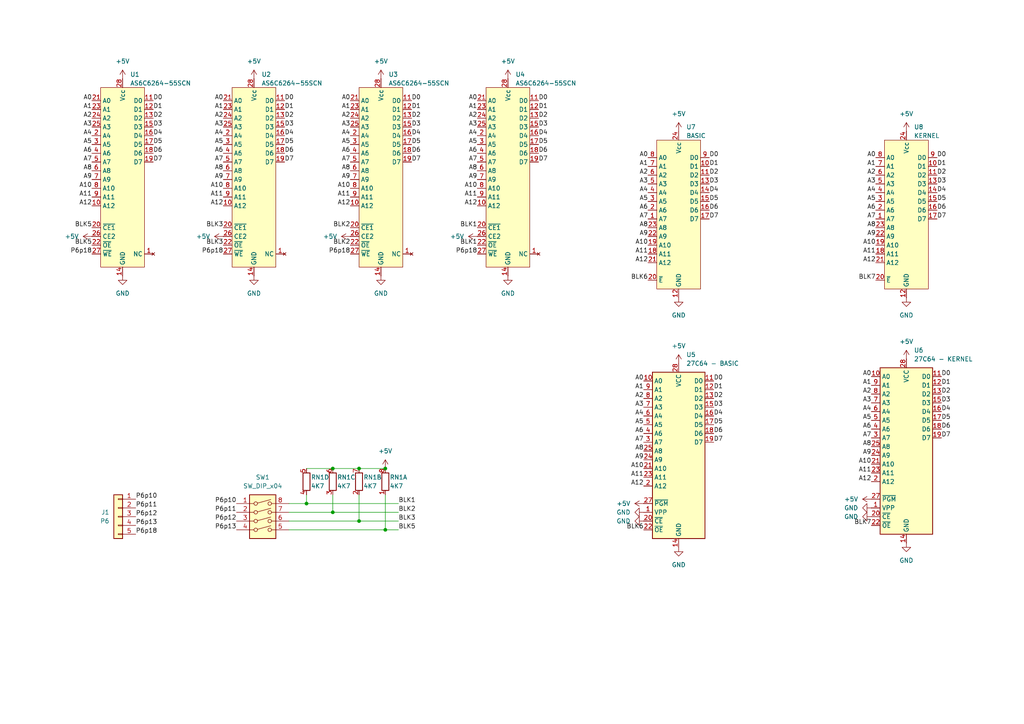
<source format=kicad_sch>
(kicad_sch (version 20231120) (generator "eeschema") (generator_version "8.0")
  (paper "A4")
  (lib_symbols
    (symbol "Connector_Generic:Conn_01x05" (pin_names (offset 1.016) hide)
      (property "Reference" "J" (at 0 7.62 0))
      (property "Value" "Conn_01x05" (at 0 -7.62 0))
      (symbol "Conn_01x05_1_1"
        (rectangle (start -1.27 -4.953) (end 0 -5.207) (stroke (width 0.1524)))
        (rectangle (start -1.27 -2.413) (end 0 -2.667) (stroke (width 0.1524)))
        (rectangle (start -1.27 0.127) (end 0 -0.127) (stroke (width 0.1524)))
        (rectangle (start -1.27 2.667) (end 0 2.413) (stroke (width 0.1524)))
        (rectangle (start -1.27 5.207) (end 0 4.953) (stroke (width 0.1524)))
        (rectangle (start -1.27 6.35) (end 1.27 -6.35) (stroke (width 0.254)) (fill (type background)))
        (pin passive line (at -5.08 5.08 0) (length 3.81) (name "Pin_1") (number "1"))
        (pin passive line (at -5.08 2.54 0) (length 3.81) (name "Pin_2") (number "2"))
        (pin passive line (at -5.08 0 0) (length 3.81) (name "Pin_3") (number "3"))
        (pin passive line (at -5.08 -2.54 0) (length 3.81) (name "Pin_4") (number "4"))
        (pin passive line (at -5.08 -5.08 0) (length 3.81) (name "Pin_5") (number "5"))
      )
    )
    (symbol "Device:R_Pack04_Split" (pin_names (offset 0) hide)
      (property "Reference" "RN" (at 2.032 0 90))
      (property "Value" "R_Pack04_Split" (at 0 0 90))
      (symbol "R_Pack04_Split_0_1"
        (rectangle (start 1.016 2.54) (end -1.016 -2.54) (stroke (width 0.254)))
      )
      (symbol "R_Pack04_Split_1_1"
        (pin passive line (at 0 -3.81 90) (length 1.27) (name "R1.1") (number "1"))
        (pin passive line (at 0 3.81 270) (length 1.27) (name "R1.2") (number "8"))
      )
      (symbol "R_Pack04_Split_2_1"
        (pin passive line (at 0 -3.81 90) (length 1.27) (name "R2.1") (number "2"))
        (pin passive line (at 0 3.81 270) (length 1.27) (name "R2.2") (number "7"))
      )
      (symbol "R_Pack04_Split_3_1"
        (pin passive line (at 0 -3.81 90) (length 1.27) (name "R3.1") (number "3"))
        (pin passive line (at 0 3.81 270) (length 1.27) (name "R3.2") (number "6"))
      )
      (symbol "R_Pack04_Split_4_1"
        (pin passive line (at 0 -3.81 90) (length 1.27) (name "R4.1") (number "4"))
        (pin passive line (at 0 3.81 270) (length 1.27) (name "R4.2") (number "5"))
      )
    )
    (symbol "Memory_EPROM:27C64"
      (property "Reference" "U" (at -7.62 24.13 0))
      (property "Value" "27C64" (at 2.54 -26.67 0))
      (symbol "27C64_1_1"
        (rectangle (start -7.62 22.86) (end 7.62 -25.4) (stroke (width 0.254)) (fill (type background)))
        (pin input line (at -10.16 -17.78 0) (length 2.54) (name "VPP") (number "1"))
        (pin input line (at -10.16 20.32 0) (length 2.54) (name "A0") (number "10"))
        (pin tri_state line (at 10.16 20.32 180) (length 2.54) (name "D0") (number "11"))
        (pin tri_state line (at 10.16 17.78 180) (length 2.54) (name "D1") (number "12"))
        (pin tri_state line (at 10.16 15.24 180) (length 2.54) (name "D2") (number "13"))
        (pin power_in line (at 0 -27.94 90) (length 2.54) (name "GND") (number "14"))
        (pin tri_state line (at 10.16 12.7 180) (length 2.54) (name "D3") (number "15"))
        (pin tri_state line (at 10.16 10.16 180) (length 2.54) (name "D4") (number "16"))
        (pin tri_state line (at 10.16 7.62 180) (length 2.54) (name "D5") (number "17"))
        (pin tri_state line (at 10.16 5.08 180) (length 2.54) (name "D6") (number "18"))
        (pin tri_state line (at 10.16 2.54 180) (length 2.54) (name "D7") (number "19"))
        (pin input line (at -10.16 -10.16 0) (length 2.54) (name "A12") (number "2"))
        (pin input line (at -10.16 -20.32 0) (length 2.54) (name "~{CE}") (number "20"))
        (pin input line (at -10.16 -5.08 0) (length 2.54) (name "A10") (number "21"))
        (pin input line (at -10.16 -22.86 0) (length 2.54) (name "~{OE}") (number "22"))
        (pin input line (at -10.16 -7.62 0) (length 2.54) (name "A11") (number "23"))
        (pin input line (at -10.16 -2.54 0) (length 2.54) (name "A9") (number "24"))
        (pin input line (at -10.16 0 0) (length 2.54) (name "A8") (number "25"))
        (pin no_connect line (at 7.62 0 180) (length 2.54) hide (name "NC") (number "26"))
        (pin input line (at -10.16 -15.24 0) (length 2.54) (name "~{PGM}") (number "27"))
        (pin power_in line (at 0 25.4 270) (length 2.54) (name "VCC") (number "28"))
        (pin input line (at -10.16 2.54 0) (length 2.54) (name "A7") (number "3"))
        (pin input line (at -10.16 5.08 0) (length 2.54) (name "A6") (number "4"))
        (pin input line (at -10.16 7.62 0) (length 2.54) (name "A5") (number "5"))
        (pin input line (at -10.16 10.16 0) (length 2.54) (name "A4") (number "6"))
        (pin input line (at -10.16 12.7 0) (length 2.54) (name "A3") (number "7"))
        (pin input line (at -10.16 15.24 0) (length 2.54) (name "A2") (number "8"))
        (pin input line (at -10.16 17.78 0) (length 2.54) (name "A1") (number "9"))
      )
    )
    (symbol "Switch:SW_DIP_x04" (pin_names (offset 0) hide)
      (property "Reference" "SW" (at 0 8.89 0))
      (property "Value" "SW_DIP_x04" (at 0 -6.35 0))
      (symbol "SW_DIP_x04_0_0"
        (circle (center -2.032 -2.54) (radius 0.508))
        (circle (center -2.032 0) (radius 0.508))
        (circle (center -2.032 2.54) (radius 0.508))
        (circle (center -2.032 5.08) (radius 0.508))
        (polyline (pts (xy -1.524 -2.3876) (xy 2.3622 -1.3462)))
        (polyline (pts (xy -1.524 0.127) (xy 2.3622 1.1684)))
        (polyline (pts (xy -1.524 2.667) (xy 2.3622 3.7084)))
        (polyline (pts (xy -1.524 5.207) (xy 2.3622 6.2484)))
        (circle (center 2.032 -2.54) (radius 0.508))
        (circle (center 2.032 0) (radius 0.508))
        (circle (center 2.032 2.54) (radius 0.508))
        (circle (center 2.032 5.08) (radius 0.508))
      )
      (symbol "SW_DIP_x04_0_1"
        (rectangle (start -3.81 7.62) (end 3.81 -5.08) (stroke (width 0.254)) (fill (type background)))
      )
      (symbol "SW_DIP_x04_1_1"
        (pin passive line (at -7.62 5.08 0) (length 5.08) (name "~") (number "1"))
        (pin passive line (at -7.62 2.54 0) (length 5.08) (name "~") (number "2"))
        (pin passive line (at -7.62 0 0) (length 5.08) (name "~") (number "3"))
        (pin passive line (at -7.62 -2.54 0) (length 5.08) (name "~") (number "4"))
        (pin passive line (at 7.62 -2.54 180) (length 5.08) (name "~") (number "5"))
        (pin passive line (at 7.62 0 180) (length 5.08) (name "~") (number "6"))
        (pin passive line (at 7.62 2.54 180) (length 5.08) (name "~") (number "7"))
        (pin passive line (at 7.62 5.08 180) (length 5.08) (name "~") (number "8"))
      )
    )
    (symbol "VIC20:2364"
      (property "Reference" "U" (at 0 0 0))
      (symbol "2364_0_0"
        (pin input line (at -8.89 -1.27 0) (length 2.54) (name "A7") (number "1"))
        (pin output line (at 8.89 13.97 180) (length 2.54) (name "D1") (number "10"))
        (pin output line (at 8.89 11.43 180) (length 2.54) (name "D2") (number "11"))
        (pin power_in line (at 0 -24.13 90) (length 2.54) (name "GND") (number "12"))
        (pin output line (at 8.89 8.89 180) (length 2.54) (name "D3") (number "13"))
        (pin output line (at 8.89 6.35 180) (length 2.54) (name "D4") (number "14"))
        (pin output line (at 8.89 3.81 180) (length 2.54) (name "D5") (number "15"))
        (pin output line (at 8.89 1.27 180) (length 2.54) (name "D6") (number "16"))
        (pin output line (at 8.89 -1.27 180) (length 2.54) (name "D7") (number "17"))
        (pin input line (at -8.89 -11.43 0) (length 2.54) (name "A11") (number "18"))
        (pin input line (at -8.89 -8.89 0) (length 2.54) (name "A10") (number "19"))
        (pin input line (at -8.89 1.27 0) (length 2.54) (name "A6") (number "2"))
        (pin input line (at -8.89 -19.05 0) (length 2.54) (name "~{E}") (number "20"))
        (pin input line (at -8.89 -13.97 0) (length 2.54) (name "A12") (number "21"))
        (pin input line (at -8.89 -6.35 0) (length 2.54) (name "A9") (number "22"))
        (pin input line (at -8.89 -3.81 0) (length 2.54) (name "A8") (number "23"))
        (pin power_in line (at 0 24.13 270) (length 2.54) (name "Vcc") (number "24"))
        (pin input line (at -8.89 3.81 0) (length 2.54) (name "A5") (number "3"))
        (pin input line (at -8.89 6.35 0) (length 2.54) (name "A4") (number "4"))
        (pin input line (at -8.89 8.89 0) (length 2.54) (name "A3") (number "5"))
        (pin input line (at -8.89 11.43 0) (length 2.54) (name "A2") (number "6"))
        (pin input line (at -8.89 13.97 0) (length 2.54) (name "A1") (number "7"))
        (pin input line (at -8.89 16.51 0) (length 2.54) (name "A0") (number "8"))
        (pin output line (at 8.89 16.51 180) (length 2.54) (name "D0") (number "9"))
      )
      (symbol "2364_1_1"
        (rectangle (start -6.35 21.59) (end 6.35 -21.59) (fill (type background)))
      )
    )
    (symbol "VIC20:xx6264"
      (property "Reference" "U" (at 0 0 0))
      (symbol "xx6264_0_0"
        (pin no_connect line (at 8.89 -21.59 180) (length 2.54) (name "NC") (number "1"))
        (pin input line (at -8.89 -7.62 0) (length 2.54) (name "A12") (number "10"))
        (pin bidirectional line (at 8.89 22.86 180) (length 2.54) (name "D0") (number "11"))
        (pin bidirectional line (at 8.89 20.32 180) (length 2.54) (name "D1") (number "12"))
        (pin bidirectional line (at 8.89 17.78 180) (length 2.54) (name "D2") (number "13"))
        (pin power_in line (at 0 -27.94 90) (length 2.54) (name "GND") (number "14"))
        (pin bidirectional line (at 8.89 15.24 180) (length 2.54) (name "D3") (number "15"))
        (pin bidirectional line (at 8.89 12.7 180) (length 2.54) (name "D4") (number "16"))
        (pin bidirectional line (at 8.89 10.16 180) (length 2.54) (name "D5") (number "17"))
        (pin bidirectional line (at 8.89 7.62 180) (length 2.54) (name "D6") (number "18"))
        (pin bidirectional line (at 8.89 5.08 180) (length 2.54) (name "D7") (number "19"))
        (pin input line (at -8.89 12.7 0) (length 2.54) (name "A4") (number "2"))
        (pin input line (at -8.89 -13.97 0) (length 2.54) (name "~{CE1}") (number "20"))
        (pin input line (at -8.89 22.86 0) (length 2.54) (name "A0") (number "21"))
        (pin input line (at -8.89 20.32 0) (length 2.54) (name "A1") (number "23"))
        (pin input line (at -8.89 17.78 0) (length 2.54) (name "A2") (number "24"))
        (pin input line (at -8.89 15.24 0) (length 2.54) (name "A3") (number "25"))
        (pin input line (at -8.89 -16.51 0) (length 2.54) (name "CE2") (number "26"))
        (pin power_in line (at 0 29.21 270) (length 2.54) (name "Vcc") (number "28"))
        (pin input line (at -8.89 10.16 0) (length 2.54) (name "A5") (number "3"))
        (pin input line (at -8.89 7.62 0) (length 2.54) (name "A6") (number "4"))
        (pin input line (at -8.89 2.54 0) (length 2.54) (name "A8") (number "6"))
        (pin input line (at -8.89 0 0) (length 2.54) (name "A9") (number "7"))
        (pin input line (at -8.89 -2.54 0) (length 2.54) (name "A10") (number "8"))
        (pin input line (at -8.89 -5.08 0) (length 2.54) (name "A11") (number "9"))
      )
      (symbol "xx6264_1_0"
        (pin input line (at -8.89 -19.05 0) (length 2.54) (name "~{OE}") (number "22"))
        (pin input line (at -8.89 -21.59 0) (length 2.54) (name "~{WE}") (number "27"))
        (pin input line (at -8.89 5.08 0) (length 2.54) (name "A7") (number "5"))
      )
      (symbol "xx6264_1_1"
        (rectangle (start -6.35 26.67) (end 6.35 -25.4) (fill (type background)))
      )
    )
    (symbol "power:+5V" (power) (pin_numbers hide) (pin_names (offset 0) hide)
      (property "Value" "+5V" (at 0 3.556 0))
      (symbol "+5V_0_1"
        (polyline (pts (xy -0.762 1.27) (xy 0 2.54)))
        (polyline (pts (xy 0 0) (xy 0 2.54)))
        (polyline (pts (xy 0 2.54) (xy 0.762 1.27)))
      )
      (symbol "+5V_1_1"
        (pin power_in line (at 0 0 90) (length 0) (name "~") (number "1"))
      )
    )
    (symbol "power:GND" (power) (pin_numbers hide) (pin_names (offset 0) hide)
      (property "Value" "GND" (at 0 -3.81 0))
      (symbol "GND_0_1"
        (polyline (pts (xy 0 0) (xy 0 -1.27) (xy 1.27 -1.27) (xy 0 -2.54) (xy -1.27 -1.27) (xy 0 -1.27)))
      )
      (symbol "GND_1_1"
        (pin power_in line (at 0 0 270) (length 0) (name "~") (number "1"))
      )
    )
    (symbol "xx6264_1"
      (property "Reference" "U" (at 0 0 0))
      (symbol "xx6264_1_0_0"
        (pin no_connect line (at 8.89 -21.59 180) (length 2.54) (name "NC") (number "1"))
        (pin input line (at -8.89 -7.62 0) (length 2.54) (name "A12") (number "10"))
        (pin bidirectional line (at 8.89 22.86 180) (length 2.54) (name "D0") (number "11"))
        (pin bidirectional line (at 8.89 20.32 180) (length 2.54) (name "D1") (number "12"))
        (pin bidirectional line (at 8.89 17.78 180) (length 2.54) (name "D2") (number "13"))
        (pin power_in line (at 0 -27.94 90) (length 2.54) (name "GND") (number "14"))
        (pin bidirectional line (at 8.89 15.24 180) (length 2.54) (name "D3") (number "15"))
        (pin bidirectional line (at 8.89 12.7 180) (length 2.54) (name "D4") (number "16"))
        (pin bidirectional line (at 8.89 10.16 180) (length 2.54) (name "D5") (number "17"))
        (pin bidirectional line (at 8.89 7.62 180) (length 2.54) (name "D6") (number "18"))
        (pin bidirectional line (at 8.89 5.08 180) (length 2.54) (name "D7") (number "19"))
        (pin input line (at -8.89 12.7 0) (length 2.54) (name "A4") (number "2"))
        (pin input line (at -8.89 -13.97 0) (length 2.54) (name "~{CE1}") (number "20"))
        (pin input line (at -8.89 22.86 0) (length 2.54) (name "A0") (number "21"))
        (pin input line (at -8.89 20.32 0) (length 2.54) (name "A1") (number "23"))
        (pin input line (at -8.89 17.78 0) (length 2.54) (name "A2") (number "24"))
        (pin input line (at -8.89 15.24 0) (length 2.54) (name "A3") (number "25"))
        (pin input line (at -8.89 -16.51 0) (length 2.54) (name "CE2") (number "26"))
        (pin power_in line (at 0 29.21 270) (length 2.54) (name "Vcc") (number "28"))
        (pin input line (at -8.89 10.16 0) (length 2.54) (name "A5") (number "3"))
        (pin input line (at -8.89 7.62 0) (length 2.54) (name "A6") (number "4"))
        (pin input line (at -8.89 2.54 0) (length 2.54) (name "A8") (number "6"))
        (pin input line (at -8.89 0 0) (length 2.54) (name "A9") (number "7"))
        (pin input line (at -8.89 -2.54 0) (length 2.54) (name "A10") (number "8"))
        (pin input line (at -8.89 -5.08 0) (length 2.54) (name "A11") (number "9"))
      )
      (symbol "xx6264_1_1_0"
        (pin input line (at -8.89 -19.05 0) (length 2.54) (name "~{OE}") (number "22"))
        (pin input line (at -8.89 -21.59 0) (length 2.54) (name "~{WE}") (number "27"))
        (pin input line (at -8.89 5.08 0) (length 2.54) (name "A7") (number "5"))
      )
      (symbol "xx6264_1_1_1"
        (rectangle (start -6.35 26.67) (end 6.35 -25.4) (fill (type background)))
      )
    )
    (symbol "xx6264_2"
      (property "Reference" "U" (at 0 0 0))
      (symbol "xx6264_2_0_0"
        (pin no_connect line (at 8.89 -21.59 180) (length 2.54) (name "NC") (number "1"))
        (pin input line (at -8.89 -7.62 0) (length 2.54) (name "A12") (number "10"))
        (pin bidirectional line (at 8.89 22.86 180) (length 2.54) (name "D0") (number "11"))
        (pin bidirectional line (at 8.89 20.32 180) (length 2.54) (name "D1") (number "12"))
        (pin bidirectional line (at 8.89 17.78 180) (length 2.54) (name "D2") (number "13"))
        (pin power_in line (at 0 -27.94 90) (length 2.54) (name "GND") (number "14"))
        (pin bidirectional line (at 8.89 15.24 180) (length 2.54) (name "D3") (number "15"))
        (pin bidirectional line (at 8.89 12.7 180) (length 2.54) (name "D4") (number "16"))
        (pin bidirectional line (at 8.89 10.16 180) (length 2.54) (name "D5") (number "17"))
        (pin bidirectional line (at 8.89 7.62 180) (length 2.54) (name "D6") (number "18"))
        (pin bidirectional line (at 8.89 5.08 180) (length 2.54) (name "D7") (number "19"))
        (pin input line (at -8.89 12.7 0) (length 2.54) (name "A4") (number "2"))
        (pin input line (at -8.89 -13.97 0) (length 2.54) (name "~{CE1}") (number "20"))
        (pin input line (at -8.89 22.86 0) (length 2.54) (name "A0") (number "21"))
        (pin input line (at -8.89 20.32 0) (length 2.54) (name "A1") (number "23"))
        (pin input line (at -8.89 17.78 0) (length 2.54) (name "A2") (number "24"))
        (pin input line (at -8.89 15.24 0) (length 2.54) (name "A3") (number "25"))
        (pin input line (at -8.89 -16.51 0) (length 2.54) (name "CE2") (number "26"))
        (pin power_in line (at 0 29.21 270) (length 2.54) (name "Vcc") (number "28"))
        (pin input line (at -8.89 10.16 0) (length 2.54) (name "A5") (number "3"))
        (pin input line (at -8.89 7.62 0) (length 2.54) (name "A6") (number "4"))
        (pin input line (at -8.89 2.54 0) (length 2.54) (name "A8") (number "6"))
        (pin input line (at -8.89 0 0) (length 2.54) (name "A9") (number "7"))
        (pin input line (at -8.89 -2.54 0) (length 2.54) (name "A10") (number "8"))
        (pin input line (at -8.89 -5.08 0) (length 2.54) (name "A11") (number "9"))
      )
      (symbol "xx6264_2_1_0"
        (pin input line (at -8.89 -19.05 0) (length 2.54) (name "~{OE}") (number "22"))
        (pin input line (at -8.89 -21.59 0) (length 2.54) (name "~{WE}") (number "27"))
        (pin input line (at -8.89 5.08 0) (length 2.54) (name "A7") (number "5"))
      )
      (symbol "xx6264_2_1_1"
        (rectangle (start -6.35 26.67) (end 6.35 -25.4) (fill (type background)))
      )
    )
    (symbol "xx6264_3"
      (property "Reference" "U" (at 0 0 0))
      (symbol "xx6264_3_0_0"
        (pin no_connect line (at 8.89 -21.59 180) (length 2.54) (name "NC") (number "1"))
        (pin input line (at -8.89 -7.62 0) (length 2.54) (name "A12") (number "10"))
        (pin bidirectional line (at 8.89 22.86 180) (length 2.54) (name "D0") (number "11"))
        (pin bidirectional line (at 8.89 20.32 180) (length 2.54) (name "D1") (number "12"))
        (pin bidirectional line (at 8.89 17.78 180) (length 2.54) (name "D2") (number "13"))
        (pin power_in line (at 0 -27.94 90) (length 2.54) (name "GND") (number "14"))
        (pin bidirectional line (at 8.89 15.24 180) (length 2.54) (name "D3") (number "15"))
        (pin bidirectional line (at 8.89 12.7 180) (length 2.54) (name "D4") (number "16"))
        (pin bidirectional line (at 8.89 10.16 180) (length 2.54) (name "D5") (number "17"))
        (pin bidirectional line (at 8.89 7.62 180) (length 2.54) (name "D6") (number "18"))
        (pin bidirectional line (at 8.89 5.08 180) (length 2.54) (name "D7") (number "19"))
        (pin input line (at -8.89 12.7 0) (length 2.54) (name "A4") (number "2"))
        (pin input line (at -8.89 -13.97 0) (length 2.54) (name "~{CE1}") (number "20"))
        (pin input line (at -8.89 22.86 0) (length 2.54) (name "A0") (number "21"))
        (pin input line (at -8.89 20.32 0) (length 2.54) (name "A1") (number "23"))
        (pin input line (at -8.89 17.78 0) (length 2.54) (name "A2") (number "24"))
        (pin input line (at -8.89 15.24 0) (length 2.54) (name "A3") (number "25"))
        (pin input line (at -8.89 -16.51 0) (length 2.54) (name "CE2") (number "26"))
        (pin power_in line (at 0 29.21 270) (length 2.54) (name "Vcc") (number "28"))
        (pin input line (at -8.89 10.16 0) (length 2.54) (name "A5") (number "3"))
        (pin input line (at -8.89 7.62 0) (length 2.54) (name "A6") (number "4"))
        (pin input line (at -8.89 2.54 0) (length 2.54) (name "A8") (number "6"))
        (pin input line (at -8.89 0 0) (length 2.54) (name "A9") (number "7"))
        (pin input line (at -8.89 -2.54 0) (length 2.54) (name "A10") (number "8"))
        (pin input line (at -8.89 -5.08 0) (length 2.54) (name "A11") (number "9"))
      )
      (symbol "xx6264_3_1_0"
        (pin input line (at -8.89 -19.05 0) (length 2.54) (name "~{OE}") (number "22"))
        (pin input line (at -8.89 -21.59 0) (length 2.54) (name "~{WE}") (number "27"))
        (pin input line (at -8.89 5.08 0) (length 2.54) (name "A7") (number "5"))
      )
      (symbol "xx6264_3_1_1"
        (rectangle (start -6.35 26.67) (end 6.35 -25.4) (fill (type background)))
      )
    )
  )
  (junction (at 104.14 151.13))
  (junction (at 88.9 146.05))
  (junction (at 96.52 135.89))
  (junction (at 111.76 153.67))
  (junction (at 111.76 135.89))
  (junction (at 96.52 148.59))
  (junction (at 104.14 135.89))
  (wire (pts (xy 88.9 135.89) (xy 96.52 135.89)))
  (wire (pts (xy 96.52 143.51) (xy 96.52 148.59)))
  (wire (pts (xy 83.82 146.05) (xy 88.9 146.05)))
  (wire (pts (xy 88.9 146.05) (xy 115.57 146.05)))
  (wire (pts (xy 96.52 148.59) (xy 115.57 148.59)))
  (wire (pts (xy 83.82 148.59) (xy 96.52 148.59)))
  (wire (pts (xy 88.9 143.51) (xy 88.9 146.05)))
  (wire (pts (xy 104.14 143.51) (xy 104.14 151.13)))
  (wire (pts (xy 104.14 151.13) (xy 115.57 151.13)))
  (wire (pts (xy 104.14 135.89) (xy 111.76 135.89)))
  (wire (pts (xy 111.76 143.51) (xy 111.76 153.67)))
  (wire (pts (xy 111.76 153.67) (xy 115.57 153.67)))
  (wire (pts (xy 83.82 153.67) (xy 111.76 153.67)))
  (wire (pts (xy 83.82 151.13) (xy 104.14 151.13)))
  (wire (pts (xy 96.52 135.89) (xy 104.14 135.89)))
  (label "A6" (at 26.67 44.45 180))
  (label "A5" (at 64.77 41.91 180))
  (label "A1" (at 186.69 113.03 180))
  (label "A0" (at 64.77 29.21 180))
  (label "BLK5" (at 115.57 153.67 0))
  (label "D5" (at 156.21 41.91 0))
  (label "A7" (at 26.67 46.99 180))
  (label "D3" (at 156.21 36.83 0))
  (label "BLK5" (at 26.67 66.04 180))
  (label "BLK3" (at 115.57 151.13 0))
  (label "D1" (at 207.01 113.03 0))
  (label "A4" (at 254 55.88 180))
  (label "D5" (at 205.74 58.42 0))
  (label "A6" (at 138.43 44.45 180))
  (label "A2" (at 64.77 34.29 180))
  (label "A2" (at 254 50.8 180))
  (label "D0" (at 273.05 109.22 0))
  (label "A7" (at 254 63.5 180))
  (label "A11" (at 64.77 57.15 180))
  (label "D1" (at 119.38 31.75 0))
  (label "A4" (at 186.69 120.65 180))
  (label "A4" (at 26.67 39.37 180))
  (label "A4" (at 138.43 39.37 180))
  (label "A4" (at 187.96 55.88 180))
  (label "D4" (at 271.78 55.88 0))
  (label "A11" (at 254 73.66 180))
  (label "D6" (at 119.38 44.45 0))
  (label "A11" (at 187.96 73.66 180))
  (label "D6" (at 273.05 124.46 0))
  (label "A11" (at 101.6 57.15 180))
  (label "A10" (at 252.73 134.62 180))
  (label "A12" (at 254 76.2 180))
  (label "A5" (at 26.67 41.91 180))
  (label "P6p12" (at 68.58 151.13 180))
  (label "A12" (at 187.96 76.2 180))
  (label "D7" (at 119.38 46.99 0))
  (label "BLK6" (at 186.69 153.67 180))
  (label "A0" (at 101.6 29.21 180))
  (label "A1" (at 64.77 31.75 180))
  (label "A11" (at 138.43 57.15 180))
  (label "A5" (at 252.73 121.92 180))
  (label "A0" (at 187.96 45.72 180))
  (label "A5" (at 187.96 58.42 180))
  (label "A2" (at 138.43 34.29 180))
  (label "D6" (at 205.74 60.96 0))
  (label "D7" (at 44.45 46.99 0))
  (label "A8" (at 64.77 49.53 180))
  (label "A12" (at 138.43 59.69 180))
  (label "D1" (at 82.55 31.75 0))
  (label "A0" (at 186.69 110.49 180))
  (label "A4" (at 252.73 119.38 180))
  (label "D2" (at 156.21 34.29 0))
  (label "A9" (at 187.96 68.58 180))
  (label "P6p10" (at 39.37 144.78 0))
  (label "D1" (at 156.21 31.75 0))
  (label "A8" (at 101.6 49.53 180))
  (label "A6" (at 186.69 125.73 180))
  (label "D6" (at 271.78 60.96 0))
  (label "D1" (at 271.78 48.26 0))
  (label "A9" (at 186.69 133.35 180))
  (label "D2" (at 207.01 115.57 0))
  (label "BLK2" (at 101.6 66.04 180))
  (label "D7" (at 156.21 46.99 0))
  (label "A2" (at 187.96 50.8 180))
  (label "A1" (at 254 48.26 180))
  (label "D0" (at 82.55 29.21 0))
  (label "A6" (at 254 60.96 180))
  (label "D4" (at 205.74 55.88 0))
  (label "BLK2" (at 101.6 71.12 180))
  (label "D0" (at 44.45 29.21 0))
  (label "D3" (at 82.55 36.83 0))
  (label "D7" (at 205.74 63.5 0))
  (label "P6p11" (at 39.37 147.32 0))
  (label "P6p10" (at 68.58 146.05 180))
  (label "A2" (at 26.67 34.29 180))
  (label "BLK1" (at 138.43 71.12 180))
  (label "D0" (at 205.74 45.72 0))
  (label "A6" (at 101.6 44.45 180))
  (label "A10" (at 26.67 54.61 180))
  (label "D7" (at 82.55 46.99 0))
  (label "P6p11" (at 68.58 148.59 180))
  (label "A2" (at 101.6 34.29 180))
  (label "A3" (at 26.67 36.83 180))
  (label "BLK6" (at 187.96 81.28 180))
  (label "A9" (at 26.67 52.07 180))
  (label "A8" (at 254 66.04 180))
  (label "A5" (at 186.69 123.19 180))
  (label "A1" (at 138.43 31.75 180))
  (label "A12" (at 186.69 140.97 180))
  (label "A2" (at 252.73 114.3 180))
  (label "A0" (at 252.73 109.22 180))
  (label "A11" (at 186.69 138.43 180))
  (label "D2" (at 82.55 34.29 0))
  (label "A10" (at 186.69 135.89 180))
  (label "A12" (at 252.73 139.7 180))
  (label "A10" (at 254 71.12 180))
  (label "A11" (at 26.67 57.15 180))
  (label "D1" (at 44.45 31.75 0))
  (label "P6p18" (at 26.67 73.66 180))
  (label "BLK1" (at 115.57 146.05 0))
  (label "A8" (at 186.69 130.81 180))
  (label "D2" (at 271.78 50.8 0))
  (label "A3" (at 101.6 36.83 180))
  (label "A3" (at 254 53.34 180))
  (label "D5" (at 273.05 121.92 0))
  (label "P6p13" (at 39.37 152.4 0))
  (label "D4" (at 82.55 39.37 0))
  (label "A1" (at 26.67 31.75 180))
  (label "A1" (at 252.73 111.76 180))
  (label "D4" (at 119.38 39.37 0))
  (label "D7" (at 273.05 127 0))
  (label "A0" (at 254 45.72 180))
  (label "A5" (at 101.6 41.91 180))
  (label "A6" (at 64.77 44.45 180))
  (label "P6p18" (at 138.43 73.66 180))
  (label "A12" (at 26.67 59.69 180))
  (label "D3" (at 207.01 118.11 0))
  (label "A9" (at 254 68.58 180))
  (label "D0" (at 119.38 29.21 0))
  (label "A0" (at 26.67 29.21 180))
  (label "A7" (at 64.77 46.99 180))
  (label "A11" (at 252.73 137.16 180))
  (label "D5" (at 207.01 123.19 0))
  (label "A2" (at 186.69 115.57 180))
  (label "A1" (at 101.6 31.75 180))
  (label "D0" (at 207.01 110.49 0))
  (label "A7" (at 186.69 128.27 180))
  (label "A10" (at 64.77 54.61 180))
  (label "D1" (at 273.05 111.76 0))
  (label "D5" (at 119.38 41.91 0))
  (label "D5" (at 82.55 41.91 0))
  (label "D4" (at 273.05 119.38 0))
  (label "A3" (at 186.69 118.11 180))
  (label "A1" (at 187.96 48.26 180))
  (label "D2" (at 273.05 114.3 0))
  (label "A3" (at 252.73 116.84 180))
  (label "D2" (at 44.45 34.29 0))
  (label "A9" (at 64.77 52.07 180))
  (label "D6" (at 82.55 44.45 0))
  (label "A7" (at 252.73 127 180))
  (label "A9" (at 252.73 132.08 180))
  (label "D7" (at 207.01 128.27 0))
  (label "D0" (at 271.78 45.72 0))
  (label "A12" (at 101.6 59.69 180))
  (label "A5" (at 138.43 41.91 180))
  (label "A6" (at 252.73 124.46 180))
  (label "P6p13" (at 68.58 153.67 180))
  (label "D2" (at 119.38 34.29 0))
  (label "A5" (at 254 58.42 180))
  (label "A8" (at 252.73 129.54 180))
  (label "P6p18" (at 64.77 73.66 180))
  (label "D3" (at 44.45 36.83 0))
  (label "BLK7" (at 252.73 152.4 180))
  (label "D4" (at 207.01 120.65 0))
  (label "A4" (at 101.6 39.37 180))
  (label "D3" (at 273.05 116.84 0))
  (label "BLK2" (at 115.57 148.59 0))
  (label "A6" (at 187.96 60.96 180))
  (label "A10" (at 138.43 54.61 180))
  (label "A12" (at 64.77 59.69 180))
  (label "D6" (at 156.21 44.45 0))
  (label "A4" (at 64.77 39.37 180))
  (label "A7" (at 138.43 46.99 180))
  (label "A8" (at 187.96 66.04 180))
  (label "D5" (at 44.45 41.91 0))
  (label "BLK3" (at 64.77 66.04 180))
  (label "A8" (at 138.43 49.53 180))
  (label "A3" (at 187.96 53.34 180))
  (label "BLK1" (at 138.43 66.04 180))
  (label "BLK5" (at 26.67 71.12 180))
  (label "D5" (at 271.78 58.42 0))
  (label "D2" (at 205.74 50.8 0))
  (label "D1" (at 205.74 48.26 0))
  (label "A3" (at 138.43 36.83 180))
  (label "A9" (at 138.43 52.07 180))
  (label "D4" (at 156.21 39.37 0))
  (label "D3" (at 119.38 36.83 0))
  (label "D7" (at 271.78 63.5 0))
  (label "BLK3" (at 64.77 71.12 180))
  (label "P6p18" (at 101.6 73.66 180))
  (label "A10" (at 101.6 54.61 180))
  (label "A9" (at 101.6 52.07 180))
  (label "D6" (at 207.01 125.73 0))
  (label "D3" (at 205.74 53.34 0))
  (label "A7" (at 101.6 46.99 180))
  (label "D3" (at 271.78 53.34 0))
  (label "A0" (at 138.43 29.21 180))
  (label "D0" (at 156.21 29.21 0))
  (label "A8" (at 26.67 49.53 180))
  (label "P6p18" (at 39.37 154.94 0))
  (label "A3" (at 64.77 36.83 180))
  (label "D6" (at 44.45 44.45 0))
  (label "BLK7" (at 254 81.28 180))
  (label "P6p12" (at 39.37 149.86 0))
  (label "D4" (at 44.45 39.37 0))
  (label "A7" (at 187.96 63.5 180))
  (label "A10" (at 187.96 71.12 180))
  (symbol (lib_id "power:+5V") (at 110.49 22.86 0) (unit 1)
    (property "Reference" "#PWR014" (effects (hide yes)))
    (property "Value" "+5V" (at 110.49 17.78 0))
    (property "Description" "Power symbol creates a global label with name \"+5V\"" (effects (hide yes)))
  )
  (symbol (lib_id "Device:R_Pack04_Split") (at 96.52 139.7 0) (unit 3)
    (property "Reference" "RN1" (at 97.79 138.43 0) (effects (justify left)))
    (property "Value" "4K7" (at 97.79 140.97 0) (effects (justify left)))
    (property "Footprint" "Resistor_SMD:R_Array_Convex_4x1206" (effects (hide yes)))
    (property "Description" "4 resistor network, parallel topology, split" (effects (hide yes)))
    (property "DigiKey" "YC164J-4.7KCT-ND" (effects (hide yes)))
  )
  (symbol (lib_id "power:GND") (at 73.66 80.01 0) (unit 1)
    (property "Reference" "#PWR03" (effects (hide yes)))
    (property "Value" "GND" (at 73.66 85.09 0))
    (property "Description" "Power symbol creates a global label with name \"GND\" , ground" (effects (hide yes)))
  )
  (symbol (lib_id "power:GND") (at 147.32 80.01 0) (unit 1)
    (property "Reference" "#PWR02" (effects (hide yes)))
    (property "Value" "GND" (at 147.32 85.09 0))
    (property "Description" "Power symbol creates a global label with name \"GND\" , ground" (effects (hide yes)))
  )
  (symbol (lib_id "power:GND") (at 186.69 151.13 270) (unit 1)
    (property "Reference" "#PWR026" (effects (hide yes)))
    (property "Value" "GND" (at 182.88 151.1299 90) (effects (justify right)))
    (property "Description" "Power symbol creates a global label with name \"GND\" , ground" (effects (hide yes)))
  )
  (symbol (lib_id "power:+5V") (at 262.89 104.14 0) (unit 1)
    (property "Reference" "#PWR012" (effects (hide yes)))
    (property "Value" "+5V" (at 262.89 99.06 0))
    (property "Description" "Power symbol creates a global label with name \"+5V\"" (effects (hide yes)))
  )
  (symbol (lib_id "VIC20:2364") (at 262.89 62.23 0) (unit 1)
    (property "Reference" "U8" (at 265.0841 36.83 0) (effects (justify left)))
    (property "Value" "KERNEL" (at 265.0841 39.37 0) (effects (justify left)))
    (property "Footprint" "VIC-20:2364" (effects (hide yes)))
  )
  (symbol (lib_id "power:+5V") (at 196.85 38.1 0) (unit 1)
    (property "Reference" "#PWR09" (effects (hide yes)))
    (property "Value" "+5V" (at 196.85 33.02 0))
    (property "Description" "Power symbol creates a global label with name \"+5V\"" (effects (hide yes)))
  )
  (symbol (lib_name "xx6264_2") (lib_id "VIC20:xx6264") (at 110.49 52.07 0) (unit 1)
    (property "Reference" "U3" (at 112.6841 21.59 0) (effects (justify left)))
    (property "Value" "AS6C6264-55SCN" (at 112.6841 24.13 0) (effects (justify left)))
    (property "Footprint" "Package_SO:SOIC-28W_7.5x18.7mm_P1.27mm" (effects (hide yes)))
    (property "Mouser" "https://www.mouser.co.uk/ProductDetail/Alliance-Memory/AS6C6264-55SCN?qs=LD2UibpCYJq5mmbqgDVBYw%3D%3D" (effects (hide yes)))
    (property "DigiKey" "1450-1037-ND" (effects (hide yes)))
  )
  (symbol (lib_id "power:+5V") (at 252.73 144.78 90) (unit 1)
    (property "Reference" "#PWR025" (effects (hide yes)))
    (property "Value" "+5V" (at 248.92 144.7799 90) (effects (justify left)))
    (property "Description" "Power symbol creates a global label with name \"+5V\"" (effects (hide yes)))
  )
  (symbol (lib_name "xx6264_3") (lib_id "VIC20:xx6264") (at 73.66 52.07 0) (unit 1)
    (property "Reference" "U2" (at 75.8541 21.59 0) (effects (justify left)))
    (property "Value" "AS6C6264-55SCN" (at 75.8541 24.13 0) (effects (justify left)))
    (property "Footprint" "Package_SO:SOIC-28W_7.5x18.7mm_P1.27mm" (effects (hide yes)))
    (property "Mouser" "https://www.mouser.co.uk/ProductDetail/Alliance-Memory/AS6C6264-55SCN?qs=LD2UibpCYJq5mmbqgDVBYw%3D%3D" (effects (hide yes)))
    (property "DigiKey" "1450-1037-ND" (effects (hide yes)))
  )
  (symbol (lib_id "Connector_Generic:Conn_01x05") (at 34.29 149.86 0) (mirror y) (unit 1)
    (property "Reference" "J1" (at 31.75 148.5899 0) (effects (justify left)))
    (property "Value" "P6" (at 31.75 151.1299 0) (effects (justify left)))
    (property "Footprint" "Connector_PinHeader_2.54mm:PinHeader_1x05_P2.54mm_Vertical" (effects (hide yes)))
    (property "Description" "Generic connector, single row, 01x05, script generated (kicad-library-utils/schlib/autogen/connector/)" (effects (hide yes)))
  )
  (symbol (lib_id "power:+5V") (at 64.77 68.58 90) (unit 1)
    (property "Reference" "#PWR019" (effects (hide yes)))
    (property "Value" "+5V" (at 60.96 68.5799 90) (effects (justify left)))
    (property "Description" "Power symbol creates a global label with name \"+5V\"" (effects (hide yes)))
  )
  (symbol (lib_id "Switch:SW_DIP_x04") (at 76.2 151.13 0) (unit 1)
    (property "Reference" "SW1" (at 76.2 138.43 0))
    (property "Value" "SW_DIP_x04" (at 76.2 140.97 0))
    (property "Footprint" "Button_Switch_THT:SW_DIP_SPSTx04_Slide_6.7x11.72mm_W7.62mm_P2.54mm_LowProfile" (effects (hide yes)))
    (property "Description" "4x DIP Switch, Single Pole Single Throw (SPST) switch, small symbol" (effects (hide yes)))
  )
  (symbol (lib_id "power:+5V") (at 186.69 146.05 90) (unit 1)
    (property "Reference" "#PWR024" (effects (hide yes)))
    (property "Value" "+5V" (at 182.88 146.0499 90) (effects (justify left)))
    (property "Description" "Power symbol creates a global label with name \"+5V\"" (effects (hide yes)))
  )
  (symbol (lib_id "Memory_EPROM:27C64") (at 262.89 129.54 0) (unit 1)
    (property "Reference" "U6" (at 265.0841 101.6 0) (effects (justify left)))
    (property "Value" "27C64 - KERNEL" (at 265.0841 104.14 0) (effects (justify left)))
    (property "Footprint" "Package_DIP:DIP-28_W15.24mm" (effects (hide yes)))
    (property "Datasheet" "http://ww1.microchip.com/downloads/en/DeviceDoc/11107M.pdf" (effects (hide yes)))
    (property "Description" "OTP EPROM 64 KiBit, [Obsolete 2004-01]" (effects (hide yes)))
  )
  (symbol (lib_id "power:+5V") (at 138.43 68.58 90) (unit 1)
    (property "Reference" "#PWR018" (effects (hide yes)))
    (property "Value" "+5V" (at 134.62 68.5799 90) (effects (justify left)))
    (property "Description" "Power symbol creates a global label with name \"+5V\"" (effects (hide yes)))
  )
  (symbol (lib_id "power:GND") (at 196.85 158.75 0) (unit 1)
    (property "Reference" "#PWR07" (effects (hide yes)))
    (property "Value" "GND" (at 196.85 163.83 0))
    (property "Description" "Power symbol creates a global label with name \"GND\" , ground" (effects (hide yes)))
  )
  (symbol (lib_id "Memory_EPROM:27C64") (at 196.85 130.81 0) (unit 1)
    (property "Reference" "U5" (at 199.0441 102.87 0) (effects (justify left)))
    (property "Value" "27C64 - BASIC" (at 199.0441 105.41 0) (effects (justify left)))
    (property "Footprint" "Package_DIP:DIP-28_W15.24mm" (effects (hide yes)))
    (property "Datasheet" "http://ww1.microchip.com/downloads/en/DeviceDoc/11107M.pdf" (effects (hide yes)))
    (property "Description" "OTP EPROM 64 KiBit, [Obsolete 2004-01]" (effects (hide yes)))
  )
  (symbol (lib_id "power:+5V") (at 147.32 22.86 0) (unit 1)
    (property "Reference" "#PWR013" (effects (hide yes)))
    (property "Value" "+5V" (at 147.32 17.78 0))
    (property "Description" "Power symbol creates a global label with name \"+5V\"" (effects (hide yes)))
  )
  (symbol (lib_id "power:+5V") (at 35.56 22.86 0) (unit 1)
    (property "Reference" "#PWR016" (effects (hide yes)))
    (property "Value" "+5V" (at 35.56 17.78 0))
    (property "Description" "Power symbol creates a global label with name \"+5V\"" (effects (hide yes)))
  )
  (symbol (lib_id "power:GND") (at 262.89 86.36 0) (unit 1)
    (property "Reference" "#PWR06" (effects (hide yes)))
    (property "Value" "GND" (at 262.89 91.44 0))
    (property "Description" "Power symbol creates a global label with name \"GND\" , ground" (effects (hide yes)))
  )
  (symbol (lib_id "power:GND") (at 186.69 148.59 270) (unit 1)
    (property "Reference" "#PWR022" (effects (hide yes)))
    (property "Value" "GND" (at 182.88 148.5899 90) (effects (justify right)))
    (property "Description" "Power symbol creates a global label with name \"GND\" , ground" (effects (hide yes)))
  )
  (symbol (lib_id "VIC20:2364") (at 196.85 62.23 0) (unit 1)
    (property "Reference" "U7" (at 199.0441 36.83 0) (effects (justify left)))
    (property "Value" "BASIC" (at 199.0441 39.37 0) (effects (justify left)))
    (property "Footprint" "VIC-20:2364" (effects (hide yes)))
  )
  (symbol (lib_id "Device:R_Pack04_Split") (at 88.9 139.7 0) (unit 4)
    (property "Reference" "RN1" (at 90.17 138.43 0) (effects (justify left)))
    (property "Value" "4K7" (at 90.17 140.97 0) (effects (justify left)))
    (property "Footprint" "Resistor_SMD:R_Array_Convex_4x1206" (effects (hide yes)))
    (property "Description" "4 resistor network, parallel topology, split" (effects (hide yes)))
    (property "DigiKey" "YC164J-4.7KCT-ND" (effects (hide yes)))
  )
  (symbol (lib_id "power:GND") (at 262.89 157.48 0) (unit 1)
    (property "Reference" "#PWR08" (effects (hide yes)))
    (property "Value" "GND" (at 262.89 162.56 0))
    (property "Description" "Power symbol creates a global label with name \"GND\" , ground" (effects (hide yes)))
  )
  (symbol (lib_id "power:GND") (at 196.85 86.36 0) (unit 1)
    (property "Reference" "#PWR05" (effects (hide yes)))
    (property "Value" "GND" (at 196.85 91.44 0))
    (property "Description" "Power symbol creates a global label with name \"GND\" , ground" (effects (hide yes)))
  )
  (symbol (lib_id "power:+5V") (at 196.85 105.41 0) (unit 1)
    (property "Reference" "#PWR011" (effects (hide yes)))
    (property "Value" "+5V" (at 196.85 100.33 0))
    (property "Description" "Power symbol creates a global label with name \"+5V\"" (effects (hide yes)))
  )
  (symbol (lib_id "power:GND") (at 252.73 147.32 270) (unit 1)
    (property "Reference" "#PWR023" (effects (hide yes)))
    (property "Value" "GND" (at 248.92 147.3199 90) (effects (justify right)))
    (property "Description" "Power symbol creates a global label with name \"GND\" , ground" (effects (hide yes)))
  )
  (symbol (lib_id "power:GND") (at 252.73 149.86 270) (unit 1)
    (property "Reference" "#PWR027" (effects (hide yes)))
    (property "Value" "GND" (at 248.92 149.8599 90) (effects (justify right)))
    (property "Description" "Power symbol creates a global label with name \"GND\" , ground" (effects (hide yes)))
  )
  (symbol (lib_id "power:GND") (at 35.56 80.01 0) (unit 1)
    (property "Reference" "#PWR04" (effects (hide yes)))
    (property "Value" "GND" (at 35.56 85.09 0))
    (property "Description" "Power symbol creates a global label with name \"GND\" , ground" (effects (hide yes)))
  )
  (symbol (lib_id "power:+5V") (at 26.67 68.58 90) (unit 1)
    (property "Reference" "#PWR020" (effects (hide yes)))
    (property "Value" "+5V" (at 22.86 68.5799 90) (effects (justify left)))
    (property "Description" "Power symbol creates a global label with name \"+5V\"" (effects (hide yes)))
  )
  (symbol (lib_id "power:+5V") (at 262.89 38.1 0) (unit 1)
    (property "Reference" "#PWR010" (effects (hide yes)))
    (property "Value" "+5V" (at 262.89 33.02 0))
    (property "Description" "Power symbol creates a global label with name \"+5V\"" (effects (hide yes)))
  )
  (symbol (lib_id "power:+5V") (at 73.66 22.86 0) (unit 1)
    (property "Reference" "#PWR015" (effects (hide yes)))
    (property "Value" "+5V" (at 73.66 17.78 0))
    (property "Description" "Power symbol creates a global label with name \"+5V\"" (effects (hide yes)))
  )
  (symbol (lib_id "Device:R_Pack04_Split") (at 111.76 139.7 0) (unit 1)
    (property "Reference" "RN1" (at 113.03 138.43 0) (effects (justify left)))
    (property "Value" "4K7" (at 113.03 140.97 0) (effects (justify left)))
    (property "Footprint" "Resistor_SMD:R_Array_Convex_4x1206" (effects (hide yes)))
    (property "Description" "4 resistor network, parallel topology, split" (effects (hide yes)))
    (property "DigiKey" "YC164J-4.7KCT-ND" (effects (hide yes)))
  )
  (symbol (lib_id "power:GND") (at 110.49 80.01 0) (unit 1)
    (property "Reference" "#PWR01" (effects (hide yes)))
    (property "Value" "GND" (at 110.49 85.09 0))
    (property "Description" "Power symbol creates a global label with name \"GND\" , ground" (effects (hide yes)))
  )
  (symbol (lib_name "xx6264_1") (lib_id "VIC20:xx6264") (at 147.32 52.07 0) (unit 1)
    (property "Reference" "U4" (at 149.5141 21.59 0) (effects (justify left)))
    (property "Value" "AS6C6264-55SCN" (at 149.5141 24.13 0) (effects (justify left)))
    (property "Footprint" "Package_SO:SOIC-28W_7.5x18.7mm_P1.27mm" (effects (hide yes)))
    (property "Mouser" "https://www.mouser.co.uk/ProductDetail/Alliance-Memory/AS6C6264-55SCN?qs=LD2UibpCYJq5mmbqgDVBYw%3D%3D" (effects (hide yes)))
    (property "DigiKey" "1450-1037-ND" (effects (hide yes)))
  )
  (symbol (lib_id "VIC20:xx6264") (at 35.56 52.07 0) (unit 1)
    (property "Reference" "U1" (at 37.7541 21.59 0) (effects (justify left)))
    (property "Value" "AS6C6264-55SCN" (at 37.7541 24.13 0) (effects (justify left)))
    (property "Footprint" "Package_SO:SOIC-28W_7.5x18.7mm_P1.27mm" (effects (hide yes)))
    (property "Mouser" "https://www.mouser.co.uk/ProductDetail/Alliance-Memory/AS6C6264-55SCN?qs=LD2UibpCYJq5mmbqgDVBYw%3D%3D" (effects (hide yes)))
    (property "DigiKey" "1450-1037-ND" (effects (hide yes)))
  )
  (symbol (lib_id "Device:R_Pack04_Split") (at 104.14 139.7 0) (unit 2)
    (property "Reference" "RN1" (at 105.41 138.43 0) (effects (justify left)))
    (property "Value" "4K7" (at 105.41 140.97 0) (effects (justify left)))
    (property "Footprint" "Resistor_SMD:R_Array_Convex_4x1206" (effects (hide yes)))
    (property "Description" "4 resistor network, parallel topology, split" (effects (hide yes)))
    (property "DigiKey" "YC164J-4.7KCT-ND" (effects (hide yes)))
  )
  (symbol (lib_id "power:+5V") (at 111.76 135.89 0) (unit 1)
    (property "Reference" "#PWR021" (effects (hide yes)))
    (property "Value" "+5V" (at 111.76 130.81 0))
    (property "Description" "Power symbol creates a global label with name \"+5V\"" (effects (hide yes)))
  )
  (symbol (lib_id "power:+5V") (at 101.6 68.58 90) (unit 1)
    (property "Reference" "#PWR017" (effects (hide yes)))
    (property "Value" "+5V" (at 97.79 68.5799 90) (effects (justify left)))
    (property "Description" "Power symbol creates a global label with name \"+5V\"" (effects (hide yes)))
  )
)
</source>
